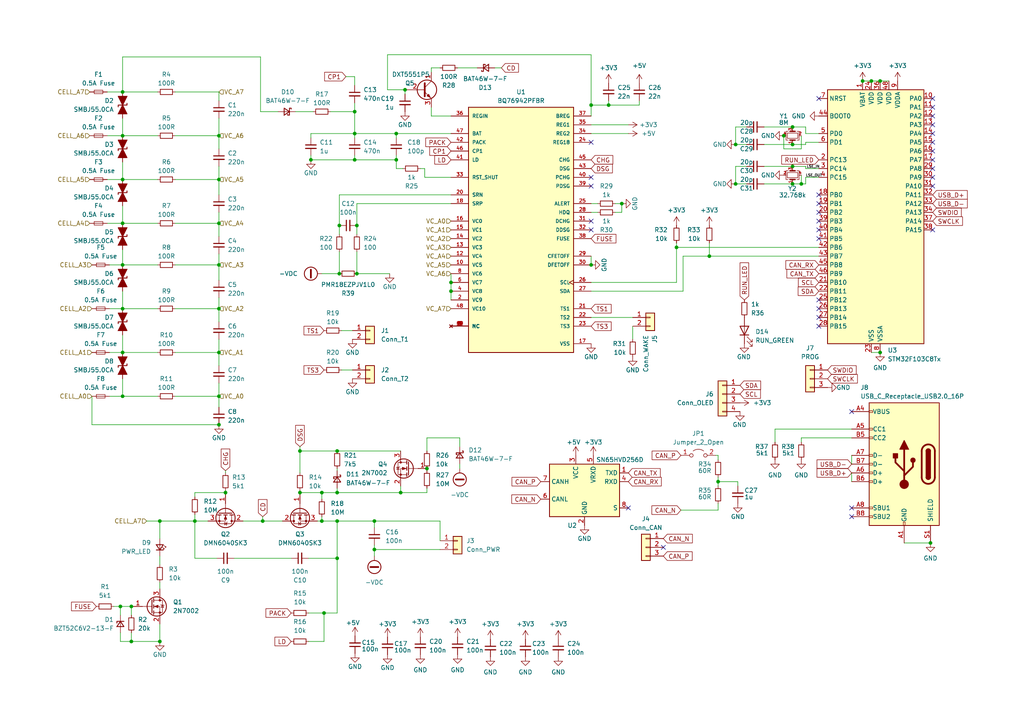
<source format=kicad_sch>
(kicad_sch (version 20230121) (generator eeschema)
  (paper "A4")
  (title_block (title "LV BMS") (date "2025-07-30") (rev "v0.0.1") (company "NCKU Formula Racing"))
  (junction (at 103.505 79.375))
  (junction (at 232.41 53.34))
  (junction (at 102.87 46.355))
  (junction (at 171.45 76.835))
  (junction (at 130.81 81.915))
  (junction (at 229.87 48.26))
  (junction (at 213.36 53.34))
  (junction (at 114.935 46.355))
  (junction (at 176.53 30.48))
  (junction (at 171.45 30.48))
  (junction (at 63.5 64.77))
  (junction (at 116.205 142.875))
  (junction (at 63.5 102.235))
  (junction (at 208.28 139.7))
  (junction (at 38.1 186.055))
  (junction (at 35.56 39.37))
  (junction (at 35.56 26.67))
  (junction (at 98.425 65.405))
  (junction (at 86.995 130.81))
  (junction (at 196.215 71.755))
  (junction (at 35.56 64.77))
  (junction (at 180.34 59.055))
  (junction (at 255.27 23.495))
  (junction (at 108.585 151.13))
  (junction (at 63.5 114.935))
  (junction (at 229.87 53.34))
  (junction (at 93.345 142.875))
  (junction (at 97.79 151.13))
  (junction (at 114.935 38.735))
  (junction (at 35.56 52.07))
  (junction (at 98.425 79.375))
  (junction (at 213.36 41.91))
  (junction (at 63.5 123.19))
  (junction (at 229.87 41.91))
  (junction (at 229.87 36.83))
  (junction (at 252.73 23.495))
  (junction (at 35.56 114.935))
  (junction (at 93.345 151.13))
  (junction (at 97.79 161.925))
  (junction (at 102.87 38.735))
  (junction (at 65.405 142.875))
  (junction (at 34.925 175.895))
  (junction (at 255.27 102.235))
  (junction (at 56.515 151.13))
  (junction (at 103.505 65.405))
  (junction (at 46.355 186.055))
  (junction (at 123.825 135.89))
  (junction (at 102.87 32.385))
  (junction (at 97.79 130.81))
  (junction (at 35.56 102.235))
  (junction (at 63.5 89.535))
  (junction (at 46.355 151.13))
  (junction (at 269.875 157.48))
  (junction (at 130.81 84.455))
  (junction (at 205.74 74.295))
  (junction (at 250.19 23.495))
  (junction (at 63.5 39.37))
  (junction (at 108.585 159.385))
  (junction (at 38.1 175.895))
  (junction (at 227.33 39.37))
  (junction (at 97.79 142.875))
  (junction (at 117.475 26.035))
  (junction (at 63.5 76.835))
  (junction (at 35.56 76.835))
  (junction (at 86.995 142.875))
  (junction (at 93.98 177.8))
  (junction (at 90.17 46.355))
  (junction (at 76.2 151.13))
  (junction (at 63.5 52.07))
  (junction (at 35.56 89.535))
  (no_connect (at 247.015 149.86))
  (no_connect (at 270.51 53.975))
  (no_connect (at 171.45 64.135))
  (no_connect (at 247.015 147.32))
  (no_connect (at 192.405 158.75))
  (no_connect (at 270.51 46.355))
  (no_connect (at 237.49 28.575))
  (no_connect (at 270.51 38.735))
  (no_connect (at 182.245 147.32))
  (no_connect (at 247.015 119.38))
  (no_connect (at 171.45 66.675))
  (no_connect (at 270.51 41.275))
  (no_connect (at 270.51 48.895))
  (no_connect (at 171.45 41.275))
  (no_connect (at 237.49 61.595))
  (no_connect (at 270.51 28.575))
  (no_connect (at 237.49 56.515))
  (no_connect (at 270.51 66.675))
  (no_connect (at 237.49 94.615))
  (no_connect (at 237.49 66.675))
  (no_connect (at 237.49 69.215))
  (no_connect (at 270.51 51.435))
  (no_connect (at 171.45 51.435))
  (no_connect (at 237.49 92.075))
  (no_connect (at 270.51 36.195))
  (no_connect (at 270.51 31.115))
  (no_connect (at 237.49 86.995))
  (no_connect (at 270.51 43.815))
  (no_connect (at 237.49 89.535))
  (no_connect (at 237.49 59.055))
  (no_connect (at 237.49 64.135))
  (no_connect (at 171.45 53.975))
  (no_connect (at 270.51 33.655))
  (wire (pts (xy 95.885 32.385) (xy 102.87 32.385)))
  (wire (pts (xy 208.28 147.955) (xy 197.485 147.955)))
  (wire (pts (xy 108.585 151.13) (xy 108.585 153.035)))
  (wire (pts (xy 46.355 161.29) (xy 46.355 163.83)))
  (wire (pts (xy 31.75 102.235) (xy 35.56 102.235)))
  (wire (pts (xy 176.53 30.48) (xy 185.42 30.48)))
  (wire (pts (xy 171.45 15.875) (xy 171.45 30.48)))
  (wire (pts (xy 123.825 142.875) (xy 116.205 142.875)))
  (wire (pts (xy 114.935 38.735) (xy 114.935 40.005)))
  (wire (pts (xy 102.87 29.845) (xy 102.87 32.385)))
  (wire (pts (xy 85.725 32.385) (xy 90.805 32.385)))
  (wire (pts (xy 125.095 33.655) (xy 130.81 33.655)))
  (wire (pts (xy 93.345 79.375) (xy 98.425 79.375)))
  (wire (pts (xy 213.36 53.34) (xy 216.535 53.34)))
  (wire (pts (xy 63.5 48.26) (xy 63.5 52.07)))
  (wire (pts (xy 65.405 137.16) (xy 65.405 136.525)))
  (wire (pts (xy 114.935 48.895) (xy 114.935 46.355)))
  (wire (pts (xy 171.45 38.735) (xy 182.245 38.735)))
  (wire (pts (xy 31.115 39.37) (xy 35.56 39.37)))
  (wire (pts (xy 56.515 142.875) (xy 65.405 142.875)))
  (wire (pts (xy 103.505 65.405) (xy 103.505 59.055)))
  (wire (pts (xy 123.19 51.435) (xy 130.81 51.435)))
  (wire (pts (xy 35.56 102.235) (xy 45.72 102.235)))
  (wire (pts (xy 86.995 130.81) (xy 86.995 129.54)))
  (wire (pts (xy 50.8 76.835) (xy 63.5 76.835)))
  (wire (pts (xy 103.505 79.375) (xy 113.03 79.375)))
  (wire (pts (xy 224.79 124.46) (xy 247.015 124.46)))
  (wire (pts (xy 35.56 76.835) (xy 45.72 76.835)))
  (wire (pts (xy 213.995 139.7) (xy 213.995 140.97)))
  (wire (pts (xy 35.56 59.69) (xy 35.56 64.77)))
  (wire (pts (xy 46.355 168.91) (xy 46.355 170.815)))
  (wire (pts (xy 171.45 61.595) (xy 173.355 61.595)))
  (wire (pts (xy 196.215 71.755) (xy 237.49 71.755)))
  (wire (pts (xy 130.81 84.455) (xy 130.81 86.995)))
  (wire (pts (xy 125.095 31.115) (xy 125.095 33.655)))
  (wire (pts (xy 123.825 141.605) (xy 123.825 142.875)))
  (wire (pts (xy 56.515 151.13) (xy 56.515 161.925)))
  (wire (pts (xy 34.925 183.515) (xy 34.925 186.055)))
  (wire (pts (xy 63.5 114.935) (xy 63.5 118.11)))
  (wire (pts (xy 247.015 132.08) (xy 247.015 134.62)))
  (wire (pts (xy 227.33 43.18) (xy 227.33 39.37)))
  (wire (pts (xy 262.255 157.48) (xy 269.875 157.48)))
  (wire (pts (xy 171.45 15.875) (xy 112.395 15.875)))
  (wire (pts (xy 171.45 74.295) (xy 171.45 76.835)))
  (wire (pts (xy 213.36 41.91) (xy 216.535 41.91)))
  (wire (pts (xy 35.56 34.29) (xy 35.56 39.37)))
  (wire (pts (xy 196.215 70.485) (xy 196.215 71.755)))
  (wire (pts (xy 112.395 15.875) (xy 112.395 26.035)))
  (wire (pts (xy 63.5 34.29) (xy 63.5 39.37)))
  (wire (pts (xy 205.74 74.295) (xy 237.49 74.295)))
  (wire (pts (xy 198.12 74.295) (xy 198.12 84.455)))
  (wire (pts (xy 35.56 46.99) (xy 35.56 52.07)))
  (wire (pts (xy 46.355 151.13) (xy 56.515 151.13)))
  (wire (pts (xy 233.68 41.275) (xy 233.68 41.91)))
  (wire (pts (xy 103.505 59.055) (xy 130.81 59.055)))
  (wire (pts (xy 247.015 137.16) (xy 247.015 139.7)))
  (wire (pts (xy 213.995 139.7) (xy 208.28 139.7)))
  (wire (pts (xy 35.56 72.39) (xy 35.56 76.835)))
  (wire (pts (xy 102.87 38.735) (xy 114.935 38.735)))
  (wire (pts (xy 116.205 130.81) (xy 97.79 130.81)))
  (wire (pts (xy 208.28 133.35) (xy 208.28 132.08)))
  (wire (pts (xy 224.79 128.27) (xy 224.79 124.46)))
  (wire (pts (xy 99.06 107.315) (xy 102.235 107.315)))
  (wire (pts (xy 102.87 40.005) (xy 102.87 38.735)))
  (wire (pts (xy 123.825 135.89) (xy 123.825 136.525)))
  (wire (pts (xy 176.53 30.48) (xy 176.53 29.21)))
  (wire (pts (xy 35.56 89.535) (xy 45.72 89.535)))
  (wire (pts (xy 108.585 158.115) (xy 108.585 159.385)))
  (wire (pts (xy 114.935 46.355) (xy 114.935 45.085)))
  (wire (pts (xy 114.935 38.735) (xy 130.81 38.735)))
  (wire (pts (xy 133.35 134.62) (xy 133.35 135.89)))
  (wire (pts (xy 31.75 76.835) (xy 35.56 76.835)))
  (wire (pts (xy 50.8 52.07) (xy 63.5 52.07)))
  (wire (pts (xy 98.425 65.405) (xy 98.425 56.515)))
  (wire (pts (xy 35.56 114.935) (xy 45.72 114.935)))
  (wire (pts (xy 171.45 30.48) (xy 176.53 30.48)))
  (wire (pts (xy 31.115 26.67) (xy 35.56 26.67)))
  (wire (pts (xy 213.36 53.34) (xy 213.36 48.26)))
  (wire (pts (xy 103.505 67.945) (xy 103.505 65.405)))
  (wire (pts (xy 89.535 186.055) (xy 93.98 186.055)))
  (wire (pts (xy 205.74 70.485) (xy 205.74 74.295)))
  (wire (pts (xy 108.585 151.13) (xy 127.635 151.13)))
  (wire (pts (xy 75.565 32.385) (xy 80.645 32.385)))
  (wire (pts (xy 98.425 56.515) (xy 130.81 56.515)))
  (wire (pts (xy 100.33 22.225) (xy 102.87 22.225)))
  (wire (pts (xy 38.1 175.895) (xy 38.735 175.895)))
  (wire (pts (xy 213.36 41.91) (xy 213.36 36.83)))
  (wire (pts (xy 221.615 53.34) (xy 229.87 53.34)))
  (wire (pts (xy 86.995 142.875) (xy 86.995 143.51)))
  (wire (pts (xy 38.1 183.515) (xy 38.1 186.055)))
  (wire (pts (xy 123.825 127) (xy 123.825 130.81)))
  (wire (pts (xy 35.56 97.155) (xy 35.56 102.235)))
  (wire (pts (xy 127.635 19.685) (xy 125.095 19.685)))
  (wire (pts (xy 56.515 151.13) (xy 56.515 149.225)))
  (wire (pts (xy 108.585 159.385) (xy 108.585 161.29)))
  (wire (pts (xy 255.27 23.495) (xy 257.81 23.495)))
  (wire (pts (xy 67.945 161.925) (xy 84.455 161.925)))
  (wire (pts (xy 97.79 142.875) (xy 116.205 142.875)))
  (wire (pts (xy 76.2 149.86) (xy 76.2 151.13)))
  (wire (pts (xy 208.28 139.7) (xy 208.28 140.97)))
  (wire (pts (xy 90.17 38.735) (xy 102.87 38.735)))
  (wire (pts (xy 229.87 53.34) (xy 232.41 53.34)))
  (wire (pts (xy 38.1 175.895) (xy 38.1 178.435)))
  (wire (pts (xy 208.28 138.43) (xy 208.28 139.7)))
  (wire (pts (xy 86.995 130.81) (xy 97.79 130.81)))
  (wire (pts (xy 93.345 151.13) (xy 92.075 151.13)))
  (wire (pts (xy 232.41 127) (xy 247.015 127)))
  (wire (pts (xy 93.98 186.055) (xy 93.98 177.8)))
  (wire (pts (xy 102.87 22.225) (xy 102.87 24.765)))
  (wire (pts (xy 171.45 36.195) (xy 182.245 36.195)))
  (wire (pts (xy 42.545 151.13) (xy 46.355 151.13)))
  (wire (pts (xy 93.345 149.86) (xy 93.345 151.13)))
  (wire (pts (xy 86.995 142.875) (xy 93.345 142.875)))
  (wire (pts (xy 97.79 177.8) (xy 93.98 177.8)))
  (wire (pts (xy 46.355 151.13) (xy 46.355 156.21)))
  (wire (pts (xy 233.68 48.895) (xy 237.49 48.895)))
  (wire (pts (xy 50.8 26.67) (xy 63.5 26.67)))
  (wire (pts (xy 221.615 36.83) (xy 229.87 36.83)))
  (wire (pts (xy 34.925 175.895) (xy 34.925 178.435)))
  (wire (pts (xy 98.425 67.945) (xy 98.425 65.405)))
  (wire (pts (xy 89.535 161.925) (xy 97.79 161.925)))
  (wire (pts (xy 56.515 144.145) (xy 56.515 142.875)))
  (wire (pts (xy 130.81 81.915) (xy 130.81 84.455)))
  (wire (pts (xy 90.17 38.735) (xy 90.17 40.005)))
  (wire (pts (xy 171.45 59.055) (xy 173.355 59.055)))
  (wire (pts (xy 86.995 137.16) (xy 86.995 130.81)))
  (wire (pts (xy 33.02 175.895) (xy 34.925 175.895)))
  (wire (pts (xy 229.87 48.26) (xy 233.68 48.26)))
  (wire (pts (xy 171.45 81.915) (xy 196.215 81.915)))
  (wire (pts (xy 196.215 81.915) (xy 196.215 71.755)))
  (wire (pts (xy 50.8 89.535) (xy 63.5 89.535)))
  (wire (pts (xy 90.17 45.085) (xy 90.17 46.355)))
  (wire (pts (xy 221.615 41.91) (xy 229.87 41.91)))
  (wire (pts (xy 232.41 43.18) (xy 227.33 43.18)))
  (wire (pts (xy 65.405 142.875) (xy 65.405 143.51)))
  (wire (pts (xy 76.2 151.13) (xy 81.915 151.13)))
  (wire (pts (xy 50.8 114.935) (xy 63.5 114.935)))
  (wire (pts (xy 232.41 53.34) (xy 233.68 53.34)))
  (wire (pts (xy 132.715 19.685) (xy 138.43 19.685)))
  (wire (pts (xy 97.79 142.875) (xy 97.79 141.605)))
  (wire (pts (xy 56.515 161.925) (xy 62.865 161.925)))
  (wire (pts (xy 99.06 95.885) (xy 102.235 95.885)))
  (wire (pts (xy 90.17 46.355) (xy 102.87 46.355)))
  (wire (pts (xy 63.5 61.595) (xy 63.5 64.77)))
  (wire (pts (xy 130.81 79.375) (xy 130.81 81.915)))
  (wire (pts (xy 233.68 53.34) (xy 233.68 51.435)))
  (wire (pts (xy 63.5 73.66) (xy 63.5 76.835)))
  (wire (pts (xy 233.68 51.435) (xy 237.49 51.435)))
  (wire (pts (xy 127.635 159.385) (xy 108.585 159.385)))
  (wire (pts (xy 31.115 64.77) (xy 35.56 64.77)))
  (wire (pts (xy 178.435 59.055) (xy 180.34 59.055)))
  (wire (pts (xy 208.28 132.08) (xy 207.645 132.08)))
  (wire (pts (xy 63.5 52.07) (xy 63.5 56.515)))
  (wire (pts (xy 35.56 52.07) (xy 45.72 52.07)))
  (wire (pts (xy 35.56 84.455) (xy 35.56 89.535)))
  (wire (pts (xy 26.67 114.935) (xy 26.67 123.19)))
  (wire (pts (xy 31.115 52.07) (xy 35.56 52.07)))
  (wire (pts (xy 123.19 48.895) (xy 123.19 51.435)))
  (wire (pts (xy 133.35 127) (xy 133.35 129.54)))
  (wire (pts (xy 38.1 186.055) (xy 46.355 186.055)))
  (wire (pts (xy 233.68 38.735) (xy 233.68 36.83)))
  (wire (pts (xy 56.515 151.13) (xy 60.325 151.13)))
  (wire (pts (xy 97.79 151.13) (xy 93.345 151.13)))
  (wire (pts (xy 63.5 111.125) (xy 63.5 114.935)))
  (wire (pts (xy 198.12 74.295) (xy 205.74 74.295)))
  (wire (pts (xy 121.92 48.895) (xy 123.19 48.895)))
  (wire (pts (xy 63.5 123.19) (xy 26.67 123.19)))
  (wire (pts (xy 252.73 23.495) (xy 255.27 23.495)))
  (wire (pts (xy 213.36 36.83) (xy 216.535 36.83)))
  (wire (pts (xy 117.475 26.035) (xy 117.475 27.305)))
  (wire (pts (xy 35.56 64.77) (xy 45.72 64.77)))
  (wire (pts (xy 116.205 140.97) (xy 116.205 142.875)))
  (wire (pts (xy 183.515 94.615) (xy 183.515 98.425)))
  (wire (pts (xy 63.5 26.67) (xy 63.5 29.21)))
  (wire (pts (xy 102.87 45.085) (xy 102.87 46.355)))
  (wire (pts (xy 50.8 102.235) (xy 63.5 102.235)))
  (wire (pts (xy 31.75 114.935) (xy 35.56 114.935)))
  (wire (pts (xy 89.535 177.8) (xy 93.98 177.8)))
  (wire (pts (xy 116.84 48.895) (xy 114.935 48.895)))
  (wire (pts (xy 70.485 151.13) (xy 76.2 151.13)))
  (wire (pts (xy 63.5 86.36) (xy 63.5 89.535)))
  (wire (pts (xy 35.56 114.935) (xy 35.56 109.855)))
  (wire (pts (xy 35.56 26.67) (xy 35.56 16.51)))
  (wire (pts (xy 97.79 177.8) (xy 97.79 161.925)))
  (wire (pts (xy 34.925 186.055) (xy 38.1 186.055)))
  (wire (pts (xy 35.56 26.67) (xy 45.72 26.67)))
  (wire (pts (xy 127.635 156.845) (xy 127.635 151.13)))
  (wire (pts (xy 237.49 38.735) (xy 233.68 38.735)))
  (wire (pts (xy 125.095 19.685) (xy 125.095 20.955)))
  (wire (pts (xy 97.79 161.925) (xy 97.79 151.13)))
  (wire (pts (xy 98.425 73.025) (xy 98.425 79.375)))
  (wire (pts (xy 63.5 76.835) (xy 63.5 81.28)))
  (wire (pts (xy 198.12 84.455) (xy 171.45 84.455)))
  (wire (pts (xy 252.73 102.235) (xy 255.27 102.235)))
  (wire (pts (xy 97.79 151.13) (xy 108.585 151.13)))
  (wire (pts (xy 35.56 16.51) (xy 75.565 16.51)))
  (wire (pts (xy 233.68 48.895) (xy 233.68 48.26)))
  (wire (pts (xy 46.355 180.975) (xy 46.355 186.055)))
  (wire (pts (xy 35.56 39.37) (xy 45.72 39.37)))
  (wire (pts (xy 31.75 89.535) (xy 35.56 89.535)))
  (wire (pts (xy 50.8 39.37) (xy 63.5 39.37)))
  (wire (pts (xy 63.5 89.535) (xy 63.5 93.345)))
  (wire (pts (xy 63.5 64.77) (xy 63.5 68.58)))
  (wire (pts (xy 180.34 61.595) (xy 180.34 59.055)))
  (wire (pts (xy 63.5 98.425) (xy 63.5 102.235)))
  (wire (pts (xy 50.8 64.77) (xy 63.5 64.77)))
  (wire (pts (xy 86.995 142.24) (xy 86.995 142.875)))
  (wire (pts (xy 102.87 32.385) (xy 102.87 38.735)))
  (wire (pts (xy 229.87 36.83) (xy 233.68 36.83)))
  (wire (pts (xy 229.87 41.91) (xy 233.68 41.91)))
  (wire (pts (xy 221.615 48.26) (xy 229.87 48.26)))
  (wire (pts (xy 143.51 19.685) (xy 145.415 19.685)))
  (wire (pts (xy 123.825 127) (xy 133.35 127)))
  (wire (pts (xy 93.345 142.875) (xy 93.345 144.78)))
  (wire (pts (xy 34.925 175.895) (xy 38.1 175.895)))
  (wire (pts (xy 102.87 46.355) (xy 114.935 46.355)))
  (wire (pts (xy 75.565 16.51) (xy 75.565 32.385)))
  (wire (pts (xy 232.41 128.27) (xy 232.41 127)))
  (wire (pts (xy 171.45 92.075) (xy 183.515 92.075)))
  (wire (pts (xy 250.19 23.495) (xy 252.73 23.495)))
  (wire (pts (xy 178.435 61.595) (xy 180.34 61.595)))
  (wire (pts (xy 97.79 135.89) (xy 97.79 136.525)))
  (wire (pts (xy 171.45 33.655) (xy 171.45 30.48)))
  (wire (pts (xy 112.395 26.035) (xy 117.475 26.035)))
  (wire (pts (xy 237.49 41.275) (xy 233.68 41.275)))
  (wire (pts (xy 63.5 39.37) (xy 63.5 43.18)))
  (wire (pts (xy 208.28 146.05) (xy 208.28 147.955)))
  (wire (pts (xy 103.505 73.025) (xy 103.505 79.375)))
  (wire (pts (xy 213.36 48.26) (xy 216.535 48.26)))
  (wire (pts (xy 232.41 50.8) (xy 232.41 53.34)))
  (wire (pts (xy 63.5 102.235) (xy 63.5 106.045)))
  (wire (pts (xy 185.42 29.21) (xy 185.42 30.48)))
  (wire (pts (xy 65.405 142.24) (xy 65.405 142.875)))
  (wire (pts (xy 232.41 39.37) (xy 232.41 43.18)))
  (wire (pts (xy 93.345 142.875) (xy 97.79 142.875)))
  (label "LSE_IN" (at 233.934 48.895 0) (effects (font (size 0.735 0.735))))
  (label "LSE_OUT" (at 233.68 51.435 0) (effects (font (size 0.735 0.735))))
  (global_label "TS1" (shape input) (at 171.45 89.535 0) (property "Intersheetrefs" "${INTERSHEET_REFS}" (effects hide)))
  (global_label "CAN_P" (shape input) (at 197.485 132.08 180) (property "Intersheetrefs" "${INTERSHEET_REFS}" (effects hide)))
  (global_label "DSG" (shape input) (at 171.45 48.895 0) (property "Intersheetrefs" "${INTERSHEET_REFS}" (effects hide)))
  (global_label "RUN_LED" (shape input) (at 215.9 86.995 90) (property "Intersheetrefs" "${INTERSHEET_REFS}" (effects hide)))
  (global_label "CHG" (shape input) (at 65.405 136.525 90) (property "Intersheetrefs" "${INTERSHEET_REFS}" (effects hide)))
  (global_label "TS3" (shape input) (at 93.98 107.315 180) (property "Intersheetrefs" "${INTERSHEET_REFS}" (effects hide)))
  (global_label "SWDIO" (shape input) (at 270.51 61.595 0) (property "Intersheetrefs" "${INTERSHEET_REFS}" (effects hide)))
  (global_label "PACK" (shape input) (at 130.81 41.275 180) (property "Intersheetrefs" "${INTERSHEET_REFS}" (effects hide)))
  (global_label "RUN_LED" (shape input) (at 237.49 46.355 180) (property "Intersheetrefs" "${INTERSHEET_REFS}" (effects hide)))
  (global_label "CD" (shape input) (at 76.2 149.86 90) (property "Intersheetrefs" "${INTERSHEET_REFS}" (effects hide)))
  (global_label "CAN_N" (shape input) (at 192.405 156.21 0) (property "Intersheetrefs" "${INTERSHEET_REFS}" (effects hide)))
  (global_label "FUSE" (shape input) (at 171.45 69.215 0) (property "Intersheetrefs" "${INTERSHEET_REFS}" (effects hide)))
  (global_label "USB_D+" (shape input) (at 270.51 56.515 0) (property "Intersheetrefs" "${INTERSHEET_REFS}" (effects hide)))
  (global_label "SDA" (shape input) (at 214.63 111.76 0) (property "Intersheetrefs" "${INTERSHEET_REFS}" (effects hide)))
  (global_label "CAN_P" (shape input) (at 156.845 139.7 180) (property "Intersheetrefs" "${INTERSHEET_REFS}" (effects hide)))
  (global_label "SWCLK" (shape input) (at 240.03 109.855 0) (property "Intersheetrefs" "${INTERSHEET_REFS}" (effects hide)))
  (global_label "SWCLK" (shape input) (at 270.51 64.135 0) (property "Intersheetrefs" "${INTERSHEET_REFS}" (effects hide)))
  (global_label "LD" (shape input) (at 130.81 46.355 180) (property "Intersheetrefs" "${INTERSHEET_REFS}" (effects hide)))
  (global_label "CAN_TX" (shape input) (at 237.49 79.375 180) (property "Intersheetrefs" "${INTERSHEET_REFS}" (effects hide)))
  (global_label "USB_D+" (shape input) (at 247.015 137.16 180) (property "Intersheetrefs" "${INTERSHEET_REFS}" (effects hide)))
  (global_label "CAN_TX" (shape input) (at 182.245 137.16 0) (property "Intersheetrefs" "${INTERSHEET_REFS}" (effects hide)))
  (global_label "CHG" (shape input) (at 171.45 46.355 0) (property "Intersheetrefs" "${INTERSHEET_REFS}" (effects hide)))
  (global_label "CP1" (shape input) (at 130.81 43.815 180) (property "Intersheetrefs" "${INTERSHEET_REFS}" (effects hide)))
  (global_label "CAN_N" (shape input) (at 197.485 147.955 180) (property "Intersheetrefs" "${INTERSHEET_REFS}" (effects hide)))
  (global_label "CAN_N" (shape input) (at 156.845 144.78 180) (property "Intersheetrefs" "${INTERSHEET_REFS}" (effects hide)))
  (global_label "TS3" (shape input) (at 171.45 94.615 0) (property "Intersheetrefs" "${INTERSHEET_REFS}" (effects hide)))
  (global_label "USB_D-" (shape input) (at 247.015 134.62 180) (property "Intersheetrefs" "${INTERSHEET_REFS}" (effects hide)))
  (global_label "PACK" (shape input) (at 84.455 177.8 180) (property "Intersheetrefs" "${INTERSHEET_REFS}" (effects hide)))
  (global_label "CP1" (shape input) (at 100.33 22.225 180) (property "Intersheetrefs" "${INTERSHEET_REFS}" (effects hide)))
  (global_label "FUSE" (shape input) (at 27.94 175.895 180) (property "Intersheetrefs" "${INTERSHEET_REFS}" (effects hide)))
  (global_label "CD" (shape input) (at 145.415 19.685 0) (property "Intersheetrefs" "${INTERSHEET_REFS}" (effects hide)))
  (global_label "CAN_P" (shape input) (at 192.405 161.29 0) (property "Intersheetrefs" "${INTERSHEET_REFS}" (effects hide)))
  (global_label "TS1" (shape input) (at 93.98 95.885 180) (property "Intersheetrefs" "${INTERSHEET_REFS}" (effects hide)))
  (global_label "SCL" (shape input) (at 214.63 114.3 0) (property "Intersheetrefs" "${INTERSHEET_REFS}" (effects hide)))
  (global_label "CAN_RX" (shape input) (at 182.245 139.7 0) (property "Intersheetrefs" "${INTERSHEET_REFS}" (effects hide)))
  (global_label "CAN_RX" (shape input) (at 237.49 76.835 180) (property "Intersheetrefs" "${INTERSHEET_REFS}" (effects hide)))
  (global_label "DSG" (shape input) (at 86.995 129.54 90) (property "Intersheetrefs" "${INTERSHEET_REFS}" (effects hide)))
  (global_label "SCL" (shape input) (at 237.49 81.915 180) (property "Intersheetrefs" "${INTERSHEET_REFS}" (effects hide)))
  (global_label "SWDIO" (shape input) (at 240.03 107.315 0) (property "Intersheetrefs" "${INTERSHEET_REFS}" (effects hide)))
  (global_label "USB_D-" (shape input) (at 270.51 59.055 0) (property "Intersheetrefs" "${INTERSHEET_REFS}" (effects hide)))
  (global_label "LD" (shape input) (at 84.455 186.055 180) (property "Intersheetrefs" "${INTERSHEET_REFS}" (effects hide)))
  (global_label "SDA" (shape input) (at 237.49 84.455 180) (property "Intersheetrefs" "${INTERSHEET_REFS}" (effects hide)))
  (hierarchical_label "VC_A6" (shape input) (at 63.5 39.37 0))
  (hierarchical_label "VC_A3" (shape input) (at 130.81 71.755 180))
  (hierarchical_label "VC_A7" (shape input) (at 130.81 89.535 180))
  (hierarchical_label "CELL_A1" (shape input) (at 26.67 102.235 180))
  (hierarchical_label "CELL_A3" (shape input) (at 26.67 76.835 180))
  (hierarchical_label "CELL_A2" (shape input) (at 26.67 89.535 180))
  (hierarchical_label "VC_A4" (shape input) (at 130.81 74.295 180))
  (hierarchical_label "VC_A1" (shape input) (at 63.5 102.235 0))
  (hierarchical_label "VC_A3" (shape input) (at 63.5 76.835 0))
  (hierarchical_label "VC_A1" (shape input) (at 130.81 66.675 180))
  (hierarchical_label "VC_A2" (shape input) (at 130.81 69.215 180))
  (hierarchical_label "VC_A0" (shape input) (at 130.81 64.135 180))
  (hierarchical_label "VC_A5" (shape input) (at 130.81 76.835 180))
  (hierarchical_label "CELL_A4" (shape input) (at 26.035 64.77 180))
  (hierarchical_label "CELL_A7" (shape input) (at 42.545 151.13 180))
  (hierarchical_label "VC_A4" (shape input) (at 63.5 64.77 0))
  (hierarchical_label "CELL_A6" (shape input) (at 26.035 39.37 180))
  (hierarchical_label "VC_A5" (shape input) (at 63.5 52.07 0))
  (hierarchical_label "VC_A0" (shape input) (at 63.5 114.935 0))
  (hierarchical_label "VC_A6" (shape input) (at 130.81 79.375 180))
  (hierarchical_label "VC_A2" (shape input) (at 63.5 89.535 0))
  (hierarchical_label "CELL_A7" (shape input) (at 26.035 26.67 180))
  (hierarchical_label "CELL_A0" (shape input) (at 26.67 114.935 180))
  (hierarchical_label "CELL_A5" (shape input) (at 26.035 52.07 180))
  (hierarchical_label "VC_A7" (shape input) (at 63.5 26.67 0))
  (symbol (lib_id "Device:C_Small") (at 219.075 41.91 270) (unit 1)
    (property "Reference" "C29" (at 216.535 43.18 90))
    (property "Value" "20p" (at 216.535 40.64 90))
    (property "Footprint" "Capacitor_SMD:C_0603_1608Metric" (effects hide))
  )
  (symbol (lib_id "power:+3V3") (at 205.74 65.405 0) (unit 1)
    (property "Reference" "#PWR037" (effects hide))
    (property "Value" "+3V3" (at 205.74 60.96 0))
  )
  (symbol (lib_id "power:GND") (at 63.5 123.19 0) (unit 1)
    (property "Reference" "#PWR02" (effects hide))
    (property "Value" "GND" (at 63.5 127 0))
  )
  (symbol (lib_id "power:+3V3") (at 260.35 23.495 0) (unit 1)
    (property "Reference" "#PWR052" (effects hide))
    (property "Value" "+3V3" (at 260.35 19.05 0))
  )
  (symbol (lib_id "Device:C_Small") (at 213.995 143.51 180) (unit 1)
    (property "Reference" "C27" (at 215.9 142.24 0) (effects (justify right)))
    (property "Value" "1u" (at 215.9 144.145 0) (effects (justify right)))
    (property "Footprint" "Capacitor_SMD:C_0805_2012Metric" (effects hide))
  )
  (symbol (lib_id "power:GND") (at 102.9716 189.5348 0) (unit 1)
    (property "Reference" "#PWR08" (effects hide))
    (property "Value" "GND" (at 102.9716 193.3448 0))
  )
  (symbol (lib_id "Device:C_Small") (at 114.935 42.545 0) (unit 1)
    (property "Reference" "C18" (at 118.11 41.2813 0) (effects (justify left)))
    (property "Value" "100p" (at 118.11 43.8213 0) (effects (justify left)))
    (property "Footprint" "Capacitor_SMD:C_0603_1608Metric" (effects hide))
  )
  (symbol (lib_id "Connector_Generic:Conn_01x02") (at 132.715 156.845 0) (unit 1)
    (property "Reference" "J3" (at 135.255 156.845 0) (effects (justify left)))
    (property "Value" "Conn_PWR" (at 135.255 159.385 0) (effects (justify left)))
    (property "Footprint" "Connector_JST:JST_XH_B2B-XH-A_1x02_P2.50mm_Vertical" (effects hide))
  )
  (symbol (lib_id "power:+5V") (at 167.005 132.08 0) (unit 1)
    (property "Reference" "#PWR025" (effects hide))
    (property "Value" "+5V" (at 166.37 128.27 0))
  )
  (symbol (lib_id "Device:C_Small") (at 65.405 161.925 90) (mirror x) (unit 1)
    (property "Reference" "C9" (at 65.4113 168.275 90))
    (property "Value" "100n" (at 65.4113 165.735 90))
    (property "Footprint" "Capacitor_SMD:C_0603_1608Metric" (effects hide))
  )
  (symbol (lib_id "Device:R_Small") (at 224.79 130.81 0) (mirror x) (unit 1)
    (property "Reference" "R37" (at 222.885 129.54 0) (effects (justify right)))
    (property "Value" "5k1" (at 222.885 131.445 0) (effects (justify right)))
    (property "Footprint" "Resistor_SMD:R_0603_1608Metric" (effects hide))
  )
  (symbol (lib_id "power:GND") (at 240.03 112.395 90) (unit 1)
    (property "Reference" "#PWR049" (effects hide))
    (property "Value" "GND" (at 242.57 112.395 90) (effects (justify right)))
  )
  (symbol (lib_id "Device:R_Small") (at 175.895 59.055 90) (unit 1)
    (property "Reference" "R29" (at 175.895 53.975 90))
    (property "Value" "1k" (at 175.895 56.515 90))
    (property "Footprint" "Resistor_SMD:R_0603_1608Metric" (effects hide))
  )
  (symbol (lib_id "Device:C_Small") (at 102.87 42.545 0) (unit 1)
    (property "Reference" "C14" (at 105.41 41.2813 0) (effects (justify left)))
    (property "Value" "470n" (at 105.41 43.8213 0) (effects (justify left)))
    (property "Footprint" "Capacitor_SMD:C_0603_1608Metric" (effects hide))
  )
  (symbol (lib_id "Device:R_Small") (at 119.38 48.895 90) (mirror x) (unit 1)
    (property "Reference" "R25" (at 119.38 53.975 90))
    (property "Value" "1k" (at 119.38 51.435 90))
    (property "Footprint" "Resistor_SMD:R_0603_1608Metric" (effects hide))
  )
  (symbol (lib_id "Device:R_Small") (at 100.965 79.375 90) (mirror x) (unit 1)
    (property "Reference" "R39" (at 100.965 85.09 90))
    (property "Value" "PMR18EZPJV1L0" (at 100.965 82.55 90))
    (property "Footprint" "Resistor_SMD:R_1206_3216Metric" (effects hide))
  )
  (symbol (lib_id "power:GND") (at 102.235 109.855 0) (unit 1)
    (property "Reference" "#PWR06" (effects hide))
    (property "Value" "GND" (at 102.235 113.665 0))
  )
  (symbol (lib_id "power:GND") (at 142.24 190.5 0) (unit 1)
    (property "Reference" "#PWR020" (effects hide))
    (property "Value" "GND" (at 142.24 194.945 0))
  )
  (symbol (lib_id "power:GND") (at 224.79 133.35 0) (unit 1)
    (property "Reference" "#PWR044" (effects hide))
    (property "Value" "GND" (at 224.79 137.795 0))
  )
  (symbol (lib_id "Device:Q_NPN_CBE") (at 122.555 26.035 0) (unit 1)
    (property "Reference" "Q5" (at 117.475 24.13 0) (effects (justify left)))
    (property "Value" "DXT5551P5" (at 113.665 21.59 0) (effects (justify left)))
    (property "Footprint" "Diode_SMD:D_PowerDI-5" (effects hide))
  )
  (symbol (lib_id "Device:C_Small") (at 132.715 187.325 0) (unit 1)
    (property "Reference" "C21" (at 135.255 186.0613 0) (effects (justify left)))
    (property "Value" "100n" (at 135.255 188.6013 0) (effects (justify left)))
    (property "Footprint" "Capacitor_SMD:C_0603_1608Metric" (effects hide))
  )
  (symbol (lib_id "Device:D_Zener_Small") (at 34.925 180.975 90) (mirror x) (unit 1)
    (property "Reference" "D1" (at 33.02 179.705 90) (effects (justify left)))
    (property "Value" "BZT52C6V2-13-F" (at 33.02 182.245 90) (effects (justify left)))
    (property "Footprint" "Diode_SMD:D_SOD-123F" (effects hide))
  )
  (symbol (lib_id "Device:C_Small") (at 219.075 53.34 270) (unit 1)
    (property "Reference" "C31" (at 216.535 54.61 90))
    (property "Value" "20p" (at 216.535 52.07 90))
    (property "Footprint" "Capacitor_SMD:C_0603_1608Metric" (effects hide))
  )
  (symbol (lib_id "power:GND") (at 255.27 102.235 0) (unit 1)
    (property "Reference" "#PWR051" (effects hide))
    (property "Value" "GND" (at 255.27 106.68 0))
  )
  (symbol (lib_id "Device:R_Small") (at 123.825 139.065 180) (unit 1)
    (property "Reference" "R27" (at 126.365 137.795 0) (effects (justify right)))
    (property "Value" "10M" (at 126.365 140.335 0) (effects (justify right)))
    (property "Footprint" "Resistor_SMD:R_0603_1608Metric" (effects hide))
  )
  (symbol (lib_id "Device:C_Small") (at 63.5 108.585 0) (unit 1)
    (property "Reference" "C7" (at 66.04 107.3213 0) (effects (justify left)))
    (property "Value" "220n" (at 66.04 109.8613 0) (effects (justify left)))
    (property "Footprint" "Capacitor_SMD:C_0603_1608Metric" (effects hide))
  )
  (symbol (lib_id "Device:D_Schottky_Small") (at 97.79 139.065 270) (unit 1)
    (property "Reference" "D11" (at 100.33 137.541 90) (effects (justify left)))
    (property "Value" "BAT46W-7-F" (at 100.33 140.081 90) (effects (justify left)))
    (property "Footprint" "Diode_SMD:D_SOD-123F" (effects hide))
  )
  (symbol (lib_id "power:GND") (at 227.33 39.37 270) (unit 1)
    (property "Reference" "#PWR045" (effects hide))
    (property "Value" "GND" (at 224.79 39.37 90) (effects (justify right)))
  )
  (symbol (lib_id "Device:R_Small") (at 96.52 107.315 270) (mirror x) (unit 1)
    (property "Reference" "R20" (at 96.52 102.235 90))
    (property "Value" "10k" (at 96.52 104.775 90))
    (property "Footprint" "Resistor_SMD:R_0603_1608Metric" (effects hide))
  )
  (symbol (lib_id "Device:Crystal_GND24_Small") (at 229.87 39.37 90) (unit 1)
    (property "Reference" "Y1" (at 227.33 33.655 90))
    (property "Value" "8M" (at 227.33 35.56 90))
    (property "Footprint" "Crystal:Crystal_SMD_SeikoEpson_FA238-4Pin_3.2x2.5mm" (effects hide))
  )
  (symbol (lib_id "Device:C_Small") (at 63.5 45.72 0) (unit 1)
    (property "Reference" "C2" (at 66.04 44.4563 0) (effects (justify left)))
    (property "Value" "220n" (at 66.04 46.9963 0) (effects (justify left)))
    (property "Footprint" "Capacitor_SMD:C_0603_1608Metric" (effects hide))
  )
  (symbol (lib_id "Device:R_Small") (at 48.26 26.67 90) (unit 1)
    (property "Reference" "R4" (at 48.26 21.59 90))
    (property "Value" "100R" (at 48.26 24.13 90))
    (property "Footprint" "Resistor_SMD:R_1210_3225Metric" (effects hide))
  )
  (symbol (lib_id "power:+3V3") (at 121.92 184.785 0) (unit 1)
    (property "Reference" "#PWR014" (effects hide))
    (property "Value" "+3V3" (at 121.92 180.34 0))
  )
  (symbol (lib_id "power:+5V") (at 182.245 38.735 270) (unit 1)
    (property "Reference" "#PWR033" (effects hide))
    (property "Value" "+5V" (at 186.055 38.735 90) (effects (justify left)))
  )
  (symbol (lib_id "Device:C_Small") (at 152.4 187.96 0) (unit 1)
    (property "Reference" "C23" (at 154.305 186.69 0) (effects (justify left)))
    (property "Value" "100n" (at 154.305 189.23 0) (effects (justify left)))
    (property "Footprint" "Capacitor_SMD:C_0603_1608Metric" (effects hide))
  )
  (symbol (lib_id "Device:C_Small") (at 219.075 48.26 270) (unit 1)
    (property "Reference" "C30" (at 216.535 49.53 90))
    (property "Value" "20p" (at 216.535 46.99 90))
    (property "Footprint" "Capacitor_SMD:C_0603_1608Metric" (effects hide))
  )
  (symbol (lib_id "Device:D_Schottky_Small") (at 83.185 32.385 0) (mirror y) (unit 1)
    (property "Reference" "D10" (at 83.439 26.67 0))
    (property "Value" "BAT46W-7-F" (at 83.439 29.21 0))
    (property "Footprint" "Diode_SMD:D_SOD-123F" (effects hide))
  )
  (symbol (lib_id "MCU_ST_STM32F1:STM32F103C8Tx") (at 252.73 64.135 0) (unit 1)
    (property "Reference" "U3" (at 257.4641 101.6 0) (effects (justify left)))
    (property "Value" "STM32F103C8Tx" (at 257.4641 104.14 0) (effects (justify left)))
    (property "Footprint" "Package_QFP:LQFP-48_7x7mm_P0.5mm" (effects hide))
    (property "Datasheet" "https://www.st.com/resource/en/datasheet/stm32f103c8.pdf" (effects hide))
  )
  (symbol (lib_id "Device:R_Small") (at 130.175 19.685 90) (mirror x) (unit 1)
    (property "Reference" "R28" (at 130.175 24.765 90))
    (property "Value" "100R" (at 130.175 22.225 90))
    (property "Footprint" "Resistor_SMD:R_0603_1608Metric" (effects hide))
  )
  (symbol (lib_id "Connector_Generic:Conn_01x04") (at 209.55 114.3 0) (mirror y) (unit 1)
    (property "Reference" "J6" (at 207.01 114.3 0) (effects (justify left)))
    (property "Value" "Conn_OLED" (at 207.01 116.84 0) (effects (justify left)))
    (property "Footprint" "Connector_PinSocket_2.54mm:PinSocket_1x04_P2.54mm_Vertical" (effects hide))
  )
  (symbol (lib_id "Device:D_TVS_Filled") (at 35.56 106.045 270) (mirror x) (unit 1)
    (property "Reference" "D8" (at 33.02 104.775 90) (effects (justify right)))
    (property "Value" "SMBJ55.0CA" (at 33.02 107.315 90) (effects (justify right)))
    (property "Footprint" "Diode_SMD:D_SMB" (effects hide))
  )
  (symbol (lib_id "Device:C_Small") (at 86.995 161.925 90) (mirror x) (unit 1)
    (property "Reference" "C10" (at 87.0013 168.275 90))
    (property "Value" "100n" (at 87.0013 165.735 90))
    (property "Footprint" "Capacitor_SMD:C_0603_1608Metric" (effects hide))
  )
  (symbol (lib_id "power:+5V") (at 185.42 24.13 0) (unit 1)
    (property "Reference" "#PWR035" (effects hide))
    (property "Value" "+5V" (at 185.42 19.05 0))
  )
  (symbol (lib_id "Device:R_Small") (at 48.26 102.235 90) (unit 1)
    (property "Reference" "R10" (at 48.26 97.155 90))
    (property "Value" "100R" (at 48.26 99.695 90))
    (property "Footprint" "Resistor_SMD:R_1210_3225Metric" (effects hide))
  )
  (symbol (lib_id "power:GND") (at 102.235 98.425 0) (unit 1)
    (property "Reference" "#PWR05" (effects hide))
    (property "Value" "GND" (at 102.235 102.235 0))
  )
  (symbol (lib_id "Device:Fuse_Small") (at 28.575 64.77 0) (unit 1)
    (property "Reference" "F4" (at 28.575 59.69 0))
    (property "Value" "0.5A Fuse" (at 28.575 62.23 0))
    (property "Footprint" "Fuse:Fuse_0805_2012Metric" (effects hide))
  )
  (symbol (lib_id "Device:D_Schottky_Small") (at 140.97 19.685 0) (mirror x) (unit 1)
    (property "Reference" "D13" (at 140.716 25.4 0))
    (property "Value" "BAT46W-7-F" (at 140.716 22.86 0))
    (property "Footprint" "Diode_SMD:D_SOD-123F" (effects hide))
  )
  (symbol (lib_id "Device:R_Small") (at 30.48 175.895 90) (unit 1)
    (property "Reference" "R1" (at 30.48 170.18 90))
    (property "Value" "5k1" (at 30.48 172.72 90))
    (property "Footprint" "Resistor_SMD:R_0603_1608Metric" (effects hide))
  )
  (symbol (lib_id "Device:R_Small") (at 38.1 180.975 180) (unit 1)
    (property "Reference" "R2" (at 40.005 179.705 0) (effects (justify right)))
    (property "Value" "20k" (at 40.005 182.245 0) (effects (justify right)))
    (property "Footprint" "Resistor_SMD:R_0603_1608Metric" (effects hide))
  )
  (symbol (lib_id "power:GND") (at 132.715 189.865 0) (unit 1)
    (property "Reference" "#PWR017" (effects hide))
    (property "Value" "GND" (at 132.715 194.31 0))
  )
  (symbol (lib_id "Device:R_Small") (at 97.79 133.35 0) (unit 1)
    (property "Reference" "R21" (at 99.695 132.08 0) (effects (justify left)))
    (property "Value" "7k5" (at 99.695 134.62 0) (effects (justify left)))
    (property "Footprint" "Resistor_SMD:R_0603_1608Metric" (effects hide))
  )
  (symbol (lib_id "power:GND") (at 46.355 186.055 0) (unit 1)
    (property "Reference" "#PWR01" (effects hide))
    (property "Value" "GND" (at 46.355 189.865 0))
  )
  (symbol (lib_id "Device:R_Small") (at 208.28 135.89 0) (mirror x) (unit 1)
    (property "Reference" "R34" (at 206.375 134.62 0) (effects (justify right)))
    (property "Value" "60R" (at 206.375 136.525 0) (effects (justify right)))
    (property "Footprint" "Resistor_SMD:R_0603_1608Metric" (effects hide))
  )
  (symbol (lib_id "Connector:USB_C_Receptacle_USB2.0_16P") (at 262.255 134.62 0) (mirror y) (unit 1)
    (property "Reference" "J8" (at 249.555 112.395 0) (effects (justify right)))
    (property "Value" "USB_C_Receptacle_USB2.0_16P" (at 249.555 114.935 0) (effects (justify right)))
    (property "Footprint" "Connector_USB:USB_C_Receptacle_GCT_USB4105-xx-A_16P_TopMnt_Horizontal" (effects hide))
    (property "Datasheet" "https://www.usb.org/sites/default/files/documents/usb_type-c.zip" (effects hide))
  )
  (symbol (lib_id "power:GND") (at 171.45 76.835 90) (unit 1)
    (property "Reference" "#PWR027" (effects hide))
    (property "Value" "GND" (at 175.26 76.835 0))
  )
  (symbol (lib_id "Device:D_TVS_Filled") (at 35.56 80.645 270) (mirror x) (unit 1)
    (property "Reference" "D6" (at 33.02 79.375 90) (effects (justify right)))
    (property "Value" "SMBJ55.0CA" (at 33.02 81.915 90) (effects (justify right)))
    (property "Footprint" "Diode_SMD:D_SMB" (effects hide))
  )
  (symbol (lib_id "power:GND") (at 112.395 189.865 0) (unit 1)
    (property "Reference" "#PWR012" (effects hide))
    (property "Value" "GND" (at 112.395 193.675 0))
  )
  (symbol (lib_id "Device:D_TVS_Filled") (at 35.56 93.345 270) (mirror x) (unit 1)
    (property "Reference" "D7" (at 33.02 92.075 90) (effects (justify right)))
    (property "Value" "SMBJ55.0CA" (at 33.02 94.615 90) (effects (justify right)))
    (property "Footprint" "Diode_SMD:D_SMB" (effects hide))
  )
  (symbol (lib_id "power:-VDC") (at 108.585 161.29 180) (unit 1)
    (property "Reference" "#PWR09" (effects hide))
    (property "Value" "-VDC" (at 108.585 168.91 0))
  )
  (symbol (lib_id "Device:R_Small") (at 183.515 100.965 0) (mirror y) (unit 1)
    (property "Reference" "R31" (at 181.61 99.695 0) (effects (justify left)))
    (property "Value" "10k" (at 181.61 102.235 0) (effects (justify left)))
    (property "Footprint" "Resistor_SMD:R_0603_1608Metric" (effects hide))
  )
  (symbol (lib_id "Device:R_Small") (at 86.995 186.055 270) (mirror x) (unit 1)
    (property "Reference" "R16" (at 86.995 180.34 90))
    (property "Value" "10k" (at 86.995 182.88 90))
    (property "Footprint" "Resistor_SMD:R_0603_1608Metric" (effects hide))
  )
  (symbol (lib_id "Device:C_Small") (at 63.5 120.65 0) (unit 1)
    (property "Reference" "C8" (at 66.04 119.3863 0) (effects (justify left)))
    (property "Value" "220n" (at 66.04 121.9263 0) (effects (justify left)))
    (property "Footprint" "Capacitor_SMD:C_0603_1608Metric" (effects hide))
  )
  (symbol (lib_id "Device:C_Small") (at 112.395 187.325 180) (unit 1)
    (property "Reference" "C17" (at 114.3 186.69 0) (effects (justify right)))
    (property "Value" "100n" (at 114.3 188.595 0) (effects (justify right)))
    (property "Footprint" "Capacitor_SMD:C_0603_1608Metric" (effects hide))
  )
  (symbol (lib_id "Connector_Generic:Conn_01x02") (at 188.595 92.075 0) (unit 1)
    (property "Reference" "J5" (at 189.865 97.155 90) (effects (justify right)))
    (property "Value" "Conn_WAKE" (at 187.325 97.155 90) (effects (justify right)))
    (property "Footprint" "Connector_JST:JST_XH_B2B-XH-A_1x02_P2.50mm_Vertical" (effects hide))
  )
  (symbol (lib_id "Device:R_Small") (at 232.41 130.81 0) (mirror x) (unit 1)
    (property "Reference" "R38" (at 230.505 129.54 0) (effects (justify right)))
    (property "Value" "5k1" (at 230.505 131.445 0) (effects (justify right)))
    (property "Footprint" "Resistor_SMD:R_0603_1608Metric" (effects hide))
  )
  (symbol (lib_id "power:GND") (at 113.03 79.375 0) (unit 1)
    (property "Reference" "#PWR010" (effects hide))
    (property "Value" "GND" (at 113.03 83.185 0))
  )
  (symbol (lib_id "Device:Fuse_Small") (at 29.21 76.835 0) (unit 1)
    (property "Reference" "F5" (at 29.21 71.755 0))
    (property "Value" "0.5A Fuse" (at 29.21 74.295 0))
    (property "Footprint" "Fuse:Fuse_0805_2012Metric" (effects hide))
  )
  (symbol (lib_id "power:+3V3") (at 214.63 116.84 270) (unit 1)
    (property "Reference" "#PWR041" (effects hide))
    (property "Value" "+3V3" (at 218.44 116.84 90) (effects (justify left)))
  )
  (symbol (lib_id "Device:Fuse_Small") (at 28.575 39.37 0) (unit 1)
    (property "Reference" "F2" (at 28.575 34.29 0))
    (property "Value" "0.5A Fuse" (at 28.575 36.83 0))
    (property "Footprint" "Fuse:Fuse_0805_2012Metric" (effects hide))
  )
  (symbol (lib_id "Device:C_Small") (at 176.53 26.67 0) (unit 1)
    (property "Reference" "C25" (at 179.07 25.4063 0) (effects (justify left)))
    (property "Value" "22n" (at 179.07 27.9463 0) (effects (justify left)))
    (property "Footprint" "Capacitor_SMD:C_0603_1608Metric" (effects hide))
  )
  (symbol (lib_id "power:GND") (at 227.33 50.8 270) (unit 1)
    (property "Reference" "#PWR046" (effects hide))
    (property "Value" "GND" (at 224.79 50.8 90) (effects (justify right)))
  )
  (symbol (lib_id "power:+3V3") (at 161.925 185.42 0) (unit 1)
    (property "Reference" "#PWR023" (effects hide))
    (property "Value" "+3V3" (at 161.925 180.975 0))
  )
  (symbol (lib_id "Device:D_TVS_Filled") (at 35.56 68.58 270) (mirror x) (unit 1)
    (property "Reference" "D5" (at 33.02 67.31 90) (effects (justify right)))
    (property "Value" "SMBJ55.0CA" (at 33.02 69.85 90) (effects (justify right)))
    (property "Footprint" "Diode_SMD:D_SMB" (effects hide))
  )
  (symbol (lib_id "power:GND") (at 117.475 32.385 0) (unit 1)
    (property "Reference" "#PWR013" (effects hide))
    (property "Value" "GND" (at 117.475 36.195 0))
  )
  (symbol (lib_id "power:GND") (at 169.545 152.4 0) (unit 1)
    (property "Reference" "#PWR026" (effects hide))
    (property "Value" "GND" (at 169.545 156.21 0))
  )
  (symbol (lib_id "power:GND") (at 213.36 53.34 270) (unit 1)
    (property "Reference" "#PWR039" (effects hide))
    (property "Value" "GND" (at 210.82 53.34 90) (effects (justify right)))
  )
  (symbol (lib_id "Device:C_Small") (at 108.585 155.575 0) (unit 1)
    (property "Reference" "C16" (at 111.76 154.3113 0) (effects (justify left)))
    (property "Value" "100n" (at 111.76 156.8513 0) (effects (justify left)))
    (property "Footprint" "Capacitor_SMD:C_0603_1608Metric" (effects hide))
  )
  (symbol (lib_id "Jumper:Jumper_2_Open") (at 202.565 132.08 0) (unit 1)
    (property "Reference" "JP1" (at 202.565 125.73 0))
    (property "Value" "Jumper_2_Open" (at 202.565 128.27 0))
    (property "Footprint" "PCM_Jumper_AKL:Jumper_P2.54mm_D0.7mm" (effects hide))
  )
  (symbol (lib_id "Device:C_Small") (at 102.87 27.305 0) (unit 1)
    (property "Reference" "C13" (at 105.41 26.0413 0) (effects (justify left)))
    (property "Value" "470n" (at 105.41 28.5813 0) (effects (justify left)))
    (property "Footprint" "Capacitor_SMD:C_0603_1608Metric" (effects hide))
  )
  (symbol (lib_id "power:+3V3") (at 250.19 23.495 0) (unit 1)
    (property "Reference" "#PWR050" (effects hide))
    (property "Value" "+3V3" (at 250.19 19.05 0))
  )
  (symbol (lib_id "Device:D_TVS_Filled") (at 35.56 55.88 270) (mirror x) (unit 1)
    (property "Reference" "D4" (at 33.02 54.61 90) (effects (justify right)))
    (property "Value" "SMBJ55.0CA" (at 33.02 57.15 90) (effects (justify right)))
    (property "Footprint" "Diode_SMD:D_SMB" (effects hide))
  )
  (symbol (lib_id "power:GND") (at 232.41 133.35 0) (unit 1)
    (property "Reference" "#PWR047" (effects hide))
    (property "Value" "GND" (at 232.41 137.795 0))
  )
  (symbol (lib_id "Device:C_Small") (at 100.965 65.405 90) (unit 1)
    (property "Reference" "C12" (at 100.9713 59.055 90))
    (property "Value" "100n" (at 100.9713 61.595 90))
    (property "Footprint" "Capacitor_SMD:C_0603_1608Metric" (effects hide))
  )
  (symbol (lib_id "power:GND") (at 237.49 33.655 270) (unit 1)
    (property "Reference" "#PWR048" (effects hide))
    (property "Value" "GND" (at 233.68 33.655 90) (effects (justify right)))
  )
  (symbol (lib_id "Device:Fuse_Small") (at 29.21 114.935 0) (unit 1)
    (property "Reference" "F8" (at 29.21 109.855 0))
    (property "Value" "0.5A Fuse" (at 29.21 112.395 0))
    (property "Footprint" "Fuse:Fuse_0805_2012Metric" (effects hide))
  )
  (symbol (lib_id "Transistor_FET:2N7002") (at 43.815 175.895 0) (unit 1)
    (property "Reference" "Q1" (at 50.165 174.625 0) (effects (justify left)))
    (property "Value" "2N7002" (at 50.165 177.165 0) (effects (justify left)))
    (property "Footprint" "Package_TO_SOT_SMD:SOT-23" (effects hide))
    (property "Datasheet" "https://www.onsemi.com/pub/Collateral/NDS7002A-D.PDF" (effects hide))
  )
  (symbol (lib_id "power:-VDC") (at 93.345 79.375 90) (unit 1)
    (property "Reference" "#PWR04" (effects hide))
    (property "Value" "-VDC" (at 86.36 79.375 90) (effects (justify left)))
  )
  (symbol (lib_id "power:GND") (at 215.9 99.695 0) (unit 1)
    (property "Reference" "#PWR043" (effects hide))
    (property "Value" "GND" (at 217.805 103.505 0) (effects (justify right)))
  )
  (symbol (lib_id "Device:R_Small") (at 175.895 61.595 90) (mirror x) (unit 1)
    (property "Reference" "R30" (at 175.895 66.675 90))
    (property "Value" "1k" (at 175.895 64.135 90))
    (property "Footprint" "Resistor_SMD:R_0603_1608Metric" (effects hide))
  )
  (symbol (lib_id "power:GND") (at 213.995 146.05 0) (unit 1)
    (property "Reference" "#PWR040" (effects hide))
    (property "Value" "GND" (at 213.995 149.86 0))
  )
  (symbol (lib_id "Device:R_Small") (at 98.425 70.485 0) (mirror y) (unit 1)
    (property "Reference" "R22" (at 96.52 69.215 0) (effects (justify left)))
    (property "Value" "100" (at 96.52 71.755 0) (effects (justify left)))
    (property "Footprint" "Resistor_SMD:R_0603_1608Metric" (effects hide))
  )
  (symbol (lib_id "power:GND") (at 213.36 41.91 270) (unit 1)
    (property "Reference" "#PWR038" (effects hide))
    (property "Value" "GND" (at 210.82 41.91 90) (effects (justify right)))
  )
  (symbol (lib_id "Device:C_Small") (at 219.075 36.83 270) (unit 1)
    (property "Reference" "C28" (at 216.535 38.1 90))
    (property "Value" "20p" (at 216.535 35.56 90))
    (property "Footprint" "Capacitor_SMD:C_0603_1608Metric" (effects hide))
  )
  (symbol (lib_id "Device:C_Small") (at 161.925 187.96 0) (unit 1)
    (property "Reference" "C24" (at 164.465 186.6963 0) (effects (justify left)))
    (property "Value" "100n" (at 164.465 189.2363 0) (effects (justify left)))
    (property "Footprint" "Capacitor_SMD:C_0603_1608Metric" (effects hide))
  )
  (symbol (lib_id "Device:R_Small") (at 48.26 114.935 90) (unit 1)
    (property "Reference" "R11" (at 48.26 109.855 90))
    (property "Value" "100R" (at 48.26 112.395 90))
    (property "Footprint" "Resistor_SMD:R_1210_3225Metric" (effects hide))
  )
  (symbol (lib_id "power:GND") (at 183.515 103.505 0) (unit 1)
    (property "Reference" "#PWR034" (effects hide))
    (property "Value" "GND" (at 183.515 107.315 0))
  )
  (symbol (lib_id "Device:R_Small") (at 215.9 89.535 0) (mirror x) (unit 1)
    (property "Reference" "R36" (at 217.805 90.805 0) (effects (justify left)))
    (property "Value" "1k" (at 217.805 88.265 0) (effects (justify left)))
    (property "Footprint" "Resistor_SMD:R_0603_1608Metric" (effects hide))
  )
  (symbol (lib_id "Device:Fuse_Small") (at 28.575 52.07 0) (unit 1)
    (property "Reference" "F3" (at 28.575 46.99 0))
    (property "Value" "0.5A Fuse" (at 28.575 49.53 0))
    (property "Footprint" "Fuse:Fuse_0805_2012Metric" (effects hide))
  )
  (symbol (lib_id "Connector_Generic:Conn_01x02") (at 107.315 107.315 0) (unit 1)
    (property "Reference" "J2" (at 110.49 107.315 0) (effects (justify left)))
    (property "Value" "Conn_T2" (at 110.49 109.855 0) (effects (justify left)))
    (property "Footprint" "Connector_JST:JST_XH_B2B-XH-A_1x02_P2.50mm_Vertical" (effects hide))
  )
  (symbol (lib_id "power:+3V3") (at 172.085 132.08 0) (unit 1)
    (property "Reference" "#PWR029" (effects hide))
    (property "Value" "+3V3" (at 172.085 128.27 0))
  )
  (symbol (lib_id "Device:R_Small") (at 205.74 67.945 0) (unit 1)
    (property "Reference" "R33" (at 203.2 66.675 0) (effects (justify right)))
    (property "Value" "10k" (at 203.2 69.215 0) (effects (justify right)))
    (property "Footprint" "Resistor_SMD:R_0603_1608Metric" (effects hide))
  )
  (symbol (lib_id "Device:D_Schottky_Small") (at 133.35 132.08 270) (unit 1)
    (property "Reference" "D12" (at 135.89 130.556 90) (effects (justify left)))
    (property "Value" "BAT46W-7-F" (at 135.89 133.096 90) (effects (justify left)))
    (property "Footprint" "Diode_SMD:D_SOD-123F" (effects hide))
  )
  (symbol (lib_id "Device:R_Small") (at 93.345 32.385 90) (unit 1)
    (property "Reference" "R17" (at 93.345 27.305 90))
    (property "Value" "100R" (at 93.345 29.845 90))
    (property "Footprint" "Resistor_SMD:R_0603_1608Metric" (effects hide))
  )
  (symbol (lib_id "power:+5V") (at 102.9716 184.4548 0) (unit 1)
    (property "Reference" "#PWR07" (effects hide))
    (property "Value" "+5V" (at 102.3366 180.6448 0))
  )
  (symbol (lib_id "Device:R_Small") (at 103.505 70.485 0) (unit 1)
    (property "Reference" "R24" (at 105.41 69.215 0) (effects (justify left)))
    (property "Value" "100" (at 105.41 71.755 0) (effects (justify left)))
    (property "Footprint" "Resistor_SMD:R_0603_1608Metric" (effects hide))
  )
  (symbol (lib_id "Device:C_Small") (at 63.5 95.885 0) (unit 1)
    (property "Reference" "C6" (at 66.04 94.6213 0) (effects (justify left)))
    (property "Value" "220n" (at 66.04 97.1613 0) (effects (justify left)))
    (property "Footprint" "Capacitor_SMD:C_0603_1608Metric" (effects hide))
  )
  (symbol (lib_id "Device:R_Small") (at 123.825 133.35 0) (unit 1)
    (property "Reference" "R26" (at 126.365 132.08 0) (effects (justify left)))
    (property "Value" "10k" (at 126.365 134.62 0) (effects (justify left)))
    (property "Footprint" "Resistor_SMD:R_0603_1608Metric" (effects hide))
  )
  (symbol (lib_id "Connector_Generic:Conn_01x02") (at 107.315 95.885 0) (unit 1)
    (property "Reference" "J1" (at 110.49 95.885 0) (effects (justify left)))
    (property "Value" "Conn_T1" (at 110.49 98.425 0) (effects (justify left)))
    (property "Footprint" "Connector_JST:JST_XH_B2B-XH-A_1x02_P2.50mm_Vertical" (effects hide))
  )
  (symbol (lib_id "Device:LED_Small") (at 46.355 158.75 270) (mirror x) (unit 1)
    (property "Reference" "D9" (at 43.815 157.4165 90) (effects (justify right)))
    (property "Value" "PWR_LED" (at 43.815 159.9565 90) (effects (justify right)))
    (property "Footprint" "LED_SMD:LED_0805_2012Metric" (effects hide))
  )
  (symbol (lib_id "Device:R_Small") (at 208.28 143.51 0) (mirror x) (unit 1)
    (property "Reference" "R35" (at 206.375 142.24 0) (effects (justify right)))
    (property "Value" "60R" (at 206.375 144.145 0) (effects (justify right)))
    (property "Footprint" "Resistor_SMD:R_0603_1608Metric" (effects hide))
  )
  (symbol (lib_id "Device:R_Small") (at 65.405 139.7 0) (unit 1)
    (property "Reference" "R13" (at 67.31 138.43 0) (effects (justify left)))
    (property "Value" "5k1" (at 67.31 140.97 0) (effects (justify left)))
    (property "Footprint" "Resistor_SMD:R_0603_1608Metric" (effects hide))
  )
  (symbol (lib_id "Device:C_Small") (at 117.475 29.845 0) (mirror y) (unit 1)
    (property "Reference" "C19" (at 114.3 28.5813 0) (effects (justify left)))
    (property "Value" "1u" (at 114.3 31.1213 0) (effects (justify left)))
    (property "Footprint" "Capacitor_SMD:C_0805_2012Metric" (effects hide))
  )
  (symbol (lib_id "Device:C_Small") (at 63.5 59.055 0) (unit 1)
    (property "Reference" "C3" (at 66.04 57.7913 0) (effects (justify left)))
    (property "Value" "220n" (at 66.04 60.3313 0) (effects (justify left)))
    (property "Footprint" "Capacitor_SMD:C_0603_1608Metric" (effects hide))
  )
  (symbol (lib_id "Device:LED") (at 215.9 95.885 90) (unit 1)
    (property "Reference" "D14" (at 219.075 96.2025 90) (effects (justify right)))
    (property "Value" "RUN_GREEN" (at 219.075 98.7425 90) (effects (justify right)))
    (property "Footprint" "LED_SMD:LED_0805_2012Metric" (effects hide))
  )
  (symbol (lib_id "Device:Fuse_Small") (at 28.575 26.67 0) (unit 1)
    (property "Reference" "F1" (at 28.575 21.59 0))
    (property "Value" "0.5A Fuse" (at 28.575 24.13 0))
    (property "Footprint" "Fuse:Fuse_0805_2012Metric" (effects hide))
  )
  (symbol (lib_id "Device:R_Small") (at 86.995 139.7 0) (unit 1)
    (property "Reference" "R14" (at 89.535 138.43 0) (effects (justify left)))
    (property "Value" "10k" (at 89.535 140.97 0) (effects (justify left)))
    (property "Footprint" "Resistor_SMD:R_0603_1608Metric" (effects hide))
  )
  (symbol (lib_id "Device:C_Small") (at 102.9716 186.9948 180) (unit 1)
    (property "Reference" "C15" (at 104.8766 186.3598 0) (effects (justify right)))
    (property "Value" "100n" (at 104.8766 188.2648 0) (effects (justify right)))
    (property "Footprint" "Capacitor_SMD:C_0603_1608Metric" (effects hide))
  )
  (symbol (lib_id "power:GND") (at 121.92 189.865 0) (unit 1)
    (property "Reference" "#PWR015" (effects hide))
    (property "Value" "GND" (at 121.92 194.31 0))
  )
  (symbol (lib_id "Device:C_Small") (at 185.42 26.67 0) (unit 1)
    (property "Reference" "C26" (at 187.96 25.4063 0) (effects (justify left)))
    (property "Value" "22n" (at 187.96 27.9463 0) (effects (justify left)))
    (property "Footprint" "Capacitor_SMD:C_0603_1608Metric" (effects hide))
  )
  (symbol (lib_id "power:+3V3") (at 112.395 184.785 0) (unit 1)
    (property "Reference" "#PWR011" (effects hide))
    (property "Value" "+3V3" (at 112.395 180.975 0))
  )
  (symbol (lib_id "Device:R_Small") (at 46.355 166.37 0) (unit 1)
    (property "Reference" "R3" (at 48.895 165.1 0) (effects (justify left)))
    (property "Value" "10k" (at 48.895 167.64 0) (effects (justify left)))
    (property "Footprint" "Resistor_SMD:R_0603_1608Metric" (effects hide))
  )
  (symbol (lib_id "Device:R_Small") (at 48.26 52.07 90) (unit 1)
    (property "Reference" "R6" (at 48.26 46.99 90))
    (property "Value" "100R" (at 48.26 49.53 90))
    (property "Footprint" "Resistor_SMD:R_1210_3225Metric" (effects hide))
  )
  (symbol (lib_id "Device:R_Small") (at 196.215 67.945 0) (unit 1)
    (property "Reference" "R32" (at 193.675 66.675 0) (effects (justify right)))
    (property "Value" "10k" (at 193.675 69.215 0) (effects (justify right)))
    (property "Footprint" "Resistor_SMD:R_0603_1608Metric" (effects hide))
  )
  (symbol (lib_id "power:GND") (at 152.4 190.5 0) (unit 1)
    (property "Reference" "#PWR022" (effects hide))
    (property "Value" "GND" (at 152.4 194.945 0))
  )
  (symbol (lib_id "Device:C_Small") (at 142.24 187.96 0) (unit 1)
    (property "Reference" "C22" (at 144.78 186.6963 0) (effects (justify left)))
    (property "Value" "100n" (at 144.78 189.2363 0) (effects (justify left)))
    (property "Footprint" "Capacitor_SMD:C_0603_1608Metric" (effects hide))
  )
  (symbol (lib_id "Device:R_Small") (at 48.26 89.535 90) (unit 1)
    (property "Reference" "R9" (at 48.26 84.455 90))
    (property "Value" "100R" (at 48.26 86.995 90))
    (property "Footprint" "Resistor_SMD:R_1210_3225Metric" (effects hide))
  )
  (symbol (lib_id "Transistor_FET:2N7002") (at 118.745 135.89 0) (mirror y) (unit 1)
    (property "Reference" "Q4" (at 112.395 134.62 0) (effects (justify left)))
    (property "Value" "2N7002" (at 112.395 137.16 0) (effects (justify left)))
    (property "Footprint" "Package_TO_SOT_SMD:SOT-23" (effects hide))
    (property "Datasheet" "https://www.onsemi.com/pub/Collateral/NDS7002A-D.PDF" (effects hide))
  )
  (symbol (lib_id "power:+3V3") (at 132.715 184.785 0) (unit 1)
    (property "Reference" "#PWR016" (effects hide))
    (property "Value" "+3V3" (at 132.715 180.34 0))
  )
  (symbol (lib_id "Interface_CAN_LIN:SN65HVD256D") (at 169.545 142.24 0) (mirror y) (unit 1)
    (property "Reference" "U2" (at 167.3509 152.4 0) (effects (justify left)))
    (property "Value" "SN65HVD256D" (at 186.69 133.35 0) (effects (justify left)))
    (property "Footprint" "Package_SO:SOIC-8_3.9x4.9mm_P1.27mm" (effects hide))
    (property "Datasheet" "https://www.ti.com/lit/ds/symlink/sn65hvd257.pdf" (effects hide))
  )
  (symbol (lib_id "Device:R_Small") (at 48.26 76.835 90) (unit 1)
    (property "Reference" "R8" (at 48.26 71.755 90))
    (property "Value" "100R" (at 48.26 74.295 90))
    (property "Footprint" "Resistor_SMD:R_1210_3225Metric" (effects hide))
  )
  (symbol (lib_id "Device:C_Small") (at 63.5 31.75 0) (unit 1)
    (property "Reference" "C1" (at 66.04 30.4863 0) (effects (justify left)))
    (property "Value" "220n" (at 66.04 33.0263 0) (effects (justify left)))
    (property "Footprint" "Capacitor_SMD:C_0603_1608Metric" (effects hide))
  )
  (symbol (lib_id "Device:R_Small") (at 56.515 146.685 180) (unit 1)
    (property "Reference" "R12" (at 59.055 145.415 0) (effects (justify right)))
    (property "Value" "10M" (at 59.055 147.955 0) (effects (justify right)))
    (property "Footprint" "Resistor_SMD:R_0603_1608Metric" (effects hide))
  )
  (symbol (lib_id "BQ76942PFBR:BQ76942PFBR") (at 151.13 66.675 0) (unit 1)
    (property "Reference" "U1" (at 151.13 26.67 0))
    (property "Value" "BQ76942PFBR" (at 151.13 29.21 0))
    (property "Footprint" "BQ76942PFBR:QFP50P900X900X120-48N" (effects hide))
    (property "MF" "Texas Instruments" (effects hide))
    (property "MAXIMUM_PACKAGE_HEIGHT" "1.2 mm" (effects hide))
    (property "Package" "TQFP-48 Texas Instruments" (effects hide))
    (property "Price" "None" (effects hide))
    (property "Check_prices" "https://www.snapeda.com/parts/BQ76942PFBR/Texas+Instruments/view-part/?ref=eda" (effects hide))
    (property "STANDARD" "IPC 7351B" (effects hide))
    (property "PARTREV" "B" (effects hide))
    (property "SnapEDA_Link" "https://www.snapeda.com/parts/BQ76942PFBR/Texas+Instruments/view-part/?ref=snap" (effects hide))
    (property "MP" "BQ76942PFBR" (effects hide))
    (property "Description" "\n                        \n                            3-series to 10-series multicell battery monitor and protector\n                        \n" (effects hide))
    (property "SNAPEDA_PN" "BQ76942PFBR" (effects hide))
    (property "Availability" "In Stock" (effects hide))
    (property "MANUFACTURER" "Texas Instruments" (effects hide))
  )
  (symbol (lib_id "power:GND") (at 269.875 157.48 0) (unit 1)
    (property "Reference" "#PWR053" (effects hide))
    (property "Value" "GND" (at 269.875 161.925 0))
  )
  (symbol (lib_id "Device:R_Small") (at 96.52 95.885 270) (mirror x) (unit 1)
    (property "Reference" "R19" (at 96.52 90.805 90))
    (property "Value" "10k" (at 96.52 93.345 90))
    (property "Footprint" "Resistor_SMD:R_0603_1608Metric" (effects hide))
  )
  (symbol (lib_id "power:+3V3") (at 182.245 36.195 270) (unit 1)
    (property "Reference" "#PWR032" (effects hide))
    (property "Value" "+3V3" (at 185.42 36.195 90) (effects (justify left)))
  )
  (symbol (lib_id "Device:Q_NMOS_GDS") (at 65.405 148.59 270) (unit 1)
    (property "Reference" "Q2" (at 65.405 154.94 90))
    (property "Value" "DMN6040SK3" (at 65.405 157.48 90))
    (property "Footprint" "Package_TO_SOT_SMD:TO-252-2" (effects hide))
  )
  (symbol (lib_id "power:GND") (at 161.925 190.5 0) (unit 1)
    (property "Reference" "#PWR024" (effects hide))
    (property "Value" "GND" (at 161.925 194.945 0))
  )
  (symbol (lib_id "Device:R_Small") (at 48.26 39.37 90) (unit 1)
    (property "Reference" "R5" (at 48.26 34.29 90))
    (property "Value" "100R" (at 48.26 36.83 90))
    (property "Footprint" "Resistor_SMD:R_1210_3225Metric" (effects hide))
  )
  (symbol (lib_id "Device:C_Small") (at 121.92 187.325 0) (unit 1)
    (property "Reference" "C20" (at 124.46 186.0613 0) (effects (justify left)))
    (property "Value" "100n" (at 124.46 188.6013 0) (effects (justify left)))
    (property "Footprint" "Capacitor_SMD:C_0603_1608Metric" (effects hide))
  )
  (symbol (lib_id "power:+3V3") (at 196.215 65.405 0) (unit 1)
    (property "Reference" "#PWR036" (effects hide))
    (property "Value" "+3V3" (at 196.215 60.96 0))
  )
  (symbol (lib_id "Device:Fuse_Small") (at 29.21 89.535 0) (unit 1)
    (property "Reference" "F6" (at 29.21 84.455 0))
    (property "Value" "0.5A Fuse" (at 29.21 86.995 0))
    (property "Footprint" "Fuse:Fuse_0805_2012Metric" (effects hide))
  )
  (symbol (lib_id "power:+3V3") (at 176.53 24.13 0) (unit 1)
    (property "Reference" "#PWR030" (effects hide))
    (property "Value" "+3V3" (at 176.53 19.685 0))
  )
  (symbol (lib_id "Device:Fuse_Small") (at 29.21 102.235 0) (unit 1)
    (property "Reference" "F7" (at 29.21 97.155 0))
    (property "Value" "0.5A Fuse" (at 29.21 99.695 0))
    (property "Footprint" "Fuse:Fuse_0805_2012Metric" (effects hide))
  )
  (symbol (lib_id "power:GND") (at 180.34 59.055 90) (unit 1)
    (property "Reference" "#PWR031" (effects hide))
    (property "Value" "GND" (at 184.15 59.055 0))
  )
  (symbol (lib_id "power:GND") (at 171.45 99.695 0) (unit 1)
    (property "Reference" "#PWR028" (effects hide))
    (property "Value" "GND" (at 171.45 103.505 0))
  )
  (symbol (lib_id "Device:R_Small") (at 93.345 147.32 180) (unit 1)
    (property "Reference" "R18" (at 95.885 146.05 0) (effects (justify right)))
    (property "Value" "10M" (at 95.885 148.59 0) (effects (justify right)))
    (property "Footprint" "Resistor_SMD:R_0603_1608Metric" (effects hide))
  )
  (symbol (lib_id "Device:D_TVS_Filled") (at 35.56 30.48 270) (mirror x) (unit 1)
    (property "Reference" "D2" (at 33.02 29.21 90) (effects (justify right)))
    (property "Value" "SMBJ55.0CA" (at 33.02 31.75 90) (effects (justify right)))
    (property "Footprint" "Diode_SMD:D_SMB" (effects hide))
  )
  (symbol (lib_id "power:GND") (at 214.63 119.38 0) (unit 1)
    (property "Reference" "#PWR042" (effects hide))
    (property "Value" "GND" (at 216.535 123.19 0) (effects (justify right)))
  )
  (symbol (lib_id "power:+3V3") (at 152.4 185.42 0) (unit 1)
    (property "Reference" "#PWR021" (effects hide))
    (property "Value" "+3V3" (at 152.4 180.975 0))
  )
  (symbol (lib_id "Device:R_Small") (at 48.26 64.77 90) (unit 1)
    (property "Reference" "R7" (at 48.26 59.69 90))
    (property "Value" "100R" (at 48.26 62.23 90))
    (property "Footprint" "Resistor_SMD:R_1210_3225Metric" (effects hide))
  )
  (symbol (lib_id "Device:Crystal_GND24_Small") (at 229.87 50.8 270) (mirror x) (unit 1)
    (property "Reference" "Y2" (at 229.7938 54.6862 90))
    (property "Value" "32.768k" (at 229.87 56.5912 90))
    (property "Footprint" "Crystal:Crystal_SMD_SeikoEpson_FA238-4Pin_3.2x2.5mm" (effects hide))
  )
  (symbol (lib_id "Device:R_Small") (at 86.995 177.8 270) (mirror x) (unit 1)
    (property "Reference" "R15" (at 86.995 172.085 90))
    (property "Value" "10k" (at 86.995 174.625 90))
    (property "Footprint" "Resistor_SMD:R_0603_1608Metric" (effects hide))
  )
  (symbol (lib_id "Device:C_Small") (at 63.5 71.12 0) (unit 1)
    (property "Reference" "C4" (at 66.04 69.8563 0) (effects (justify left)))
    (property "Value" "220n" (at 66.04 72.3963 0) (effects (justify left)))
    (property "Footprint" "Capacitor_SMD:C_0603_1608Metric" (effects hide))
  )
  (symbol (lib_id "Device:C_Small") (at 63.5 83.82 0) (unit 1)
    (property "Reference" "C5" (at 66.04 82.5563 0) (effects (justify left)))
    (property "Value" "220n" (at 66.04 85.0963 0) (effects (justify left)))
    (property "Footprint" "Capacitor_SMD:C_0603_1608Metric" (effects hide))
  )
  (symbol (lib_id "Device:Q_NMOS_GDS") (at 86.995 148.59 90) (mirror x) (unit 1)
    (property "Reference" "Q3" (at 86.995 154.94 90))
    (property "Value" "DMN6040SK3" (at 86.995 157.48 90))
    (property "Footprint" "Package_TO_SOT_SMD:TO-252-2" (effects hide))
  )
  (symbol (lib_id "Connector_Generic:Conn_01x03") (at 187.325 158.75 0) (mirror y) (unit 1)
    (property "Reference" "J4" (at 187.325 150.495 0))
    (property "Value" "Conn_CAN" (at 187.325 153.035 0))
    (property "Footprint" "Connector_JST:JST_XH_B3B-XH-A_1x03_P2.50mm_Vertical" (effects hide))
  )
  (symbol (lib_id "Device:C_Small") (at 90.17 42.545 0) (unit 1)
    (property "Reference" "C11" (at 92.71 41.2813 0) (effects (justify left)))
    (property "Value" "1u" (at 92.71 43.8213 0) (effects (justify left)))
    (property "Footprint" "Capacitor_SMD:C_0805_2012Metric" (effects hide))
  )
  (symbol (lib_id "power:GND") (at 90.17 46.355 0) (unit 1)
    (property "Reference" "#PWR03" (effects hide))
    (property "Value" "GND" (at 90.17 50.165 0))
  )
  (symbol (lib_id "power:+3V3") (at 142.24 185.42 0) (unit 1)
    (property "Reference" "#PWR019" (effects hide))
    (property "Value" "+3V3" (at 142.24 180.975 0))
  )
  (symbol (lib_id "power:-VDC") (at 133.35 135.89 180) (unit 1)
    (property "Reference" "#PWR018" (effects hide))
    (property "Value" "-VDC" (at 133.35 143.51 0))
  )
  (symbol (lib_id "Connector_Generic:Conn_01x03") (at 234.95 109.855 0) (mirror y) (unit 1)
    (property "Reference" "J7" (at 234.95 100.965 0))
    (property "Value" "PROG" (at 234.95 103.505 0))
    (property "Footprint" "Connector_PinHeader_2.54mm:PinHeader_1x03_P2.54mm_Vertical" (effects hide))
  )
  (symbol (lib_id "Device:D_TVS_Filled") (at 35.56 43.18 270) (mirror x) (unit 1)
    (property "Reference" "D3" (at 33.02 41.91 90) (effects (justify right)))
    (property "Value" "SMBJ55.0CA" (at 33.02 44.45 90) (effects (justify right)))
    (property "Footprint" "Diode_SMD:D_SMB" (effects hide))
  )
)
</source>
